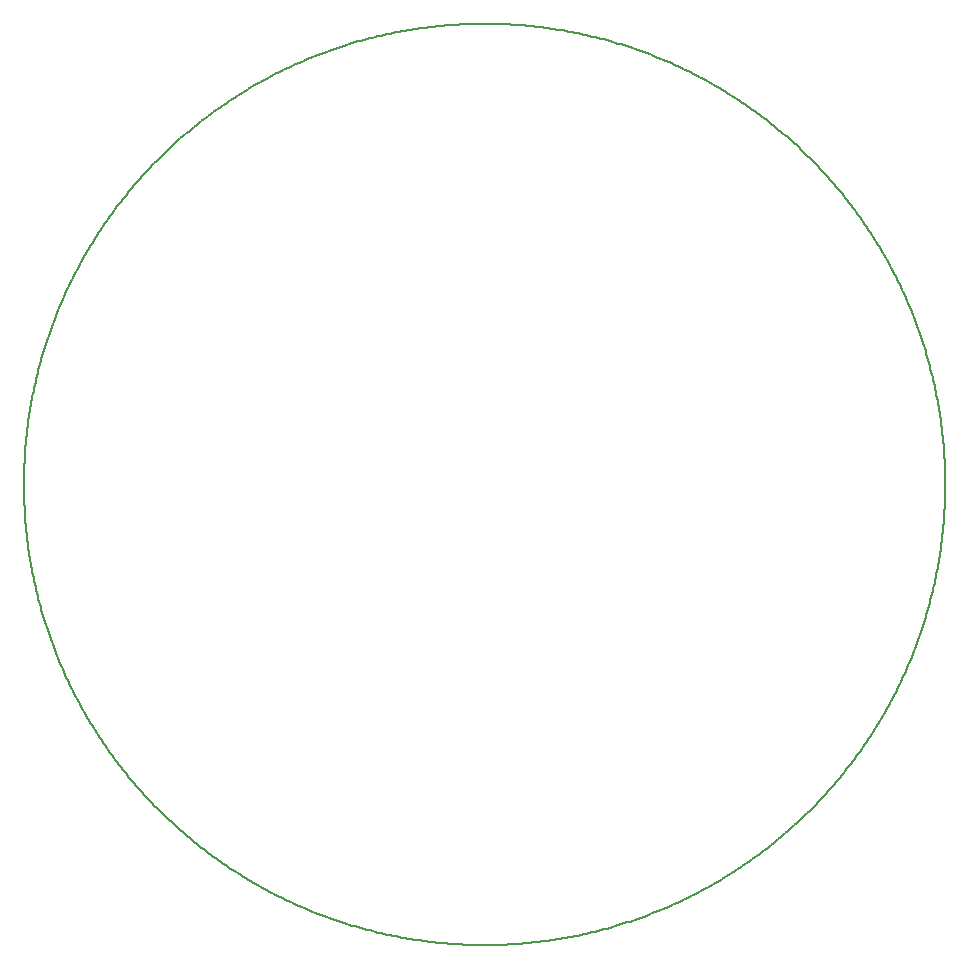
<source format=gko>
G04*
G04 #@! TF.GenerationSoftware,Altium Limited,CircuitStudio,1.5.2 (30)*
G04*
G04 Layer_Color=16720538*
%FSLAX25Y25*%
%MOIN*%
G70*
G01*
G75*
%ADD42C,0.00591*%
D42*
X153543Y0D02*
X153540Y1000D01*
X153530Y1999D01*
X153514Y2999D01*
X153491Y3999D01*
X153462Y4998D01*
X153426Y5997D01*
X153384Y6996D01*
X153335Y7994D01*
X153280Y8992D01*
X153218Y9990D01*
X153150Y10988D01*
X153075Y11985D01*
X152994Y12981D01*
X152906Y13977D01*
X152812Y14972D01*
X152711Y15967D01*
X152604Y16961D01*
X152490Y17954D01*
X152370Y18947D01*
X152243Y19938D01*
X152110Y20929D01*
X151971Y21919D01*
X151825Y22908D01*
X151672Y23896D01*
X151514Y24883D01*
X151348Y25869D01*
X151177Y26854D01*
X150999Y27838D01*
X150814Y28820D01*
X150623Y29802D01*
X150426Y30782D01*
X150223Y31760D01*
X150013Y32738D01*
X149796Y33714D01*
X149574Y34688D01*
X149345Y35662D01*
X149109Y36633D01*
X148867Y37603D01*
X148619Y38572D01*
X148365Y39539D01*
X148105Y40504D01*
X147838Y41467D01*
X147565Y42429D01*
X147285Y43389D01*
X147000Y44347D01*
X146708Y45303D01*
X146410Y46257D01*
X146105Y47210D01*
X145795Y48160D01*
X145478Y49108D01*
X145155Y50055D01*
X144826Y50999D01*
X144491Y51940D01*
X144150Y52880D01*
X143803Y53817D01*
X143449Y54753D01*
X143090Y55686D01*
X142724Y56616D01*
X142352Y57544D01*
X141975Y58470D01*
X141591Y59393D01*
X141201Y60313D01*
X140806Y61232D01*
X140404Y62147D01*
X139996Y63060D01*
X139583Y63970D01*
X139163Y64878D01*
X138738Y65782D01*
X138307Y66684D01*
X137870Y67583D01*
X137427Y68480D01*
X136978Y69373D01*
X136523Y70263D01*
X136063Y71151D01*
X135597Y72035D01*
X135125Y72917D01*
X134647Y73795D01*
X134164Y74670D01*
X133675Y75542D01*
X133180Y76411D01*
X132680Y77276D01*
X132174Y78138D01*
X131662Y78997D01*
X131145Y79853D01*
X130622Y80705D01*
X130094Y81554D01*
X129560Y82399D01*
X129021Y83241D01*
X128477Y84079D01*
X127926Y84914D01*
X127371Y85745D01*
X126810Y86573D01*
X126243Y87397D01*
X125672Y88217D01*
X125095Y89033D01*
X124512Y89846D01*
X123925Y90654D01*
X123332Y91459D01*
X122734Y92260D01*
X122130Y93058D01*
X121522Y93851D01*
X120908Y94640D01*
X120290Y95425D01*
X119666Y96206D01*
X119037Y96984D01*
X118403Y97757D01*
X117764Y98526D01*
X117120Y99290D01*
X116471Y100051D01*
X115817Y100807D01*
X115158Y101559D01*
X114494Y102306D01*
X113826Y103050D01*
X113152Y103789D01*
X112474Y104523D01*
X111791Y105253D01*
X111104Y105979D01*
X110411Y106700D01*
X109714Y107417D01*
X109012Y108129D01*
X108306Y108836D01*
X107595Y109539D01*
X106880Y110237D01*
X106160Y110931D01*
X105435Y111620D01*
X104706Y112304D01*
X103973Y112983D01*
X103235Y113658D01*
X102493Y114328D01*
X101746Y114993D01*
X100995Y115653D01*
X100240Y116308D01*
X99481Y116958D01*
X98717Y117603D01*
X97949Y118244D01*
X97177Y118879D01*
X96401Y119509D01*
X95621Y120134D01*
X94837Y120754D01*
X94048Y121369D01*
X93256Y121979D01*
X92460Y122583D01*
X91660Y123183D01*
X90856Y123777D01*
X90048Y124366D01*
X89236Y124950D01*
X88421Y125528D01*
X87602Y126101D01*
X86779Y126669D01*
X85952Y127231D01*
X85122Y127788D01*
X84288Y128340D01*
X83451Y128886D01*
X82610Y129426D01*
X81765Y129961D01*
X80917Y130491D01*
X80066Y131015D01*
X79211Y131534D01*
X78353Y132047D01*
X77492Y132554D01*
X76627Y133056D01*
X75759Y133552D01*
X74888Y134042D01*
X74014Y134527D01*
X73136Y135006D01*
X72256Y135479D01*
X71372Y135947D01*
X70485Y136409D01*
X69596Y136865D01*
X68703Y137315D01*
X67808Y137759D01*
X66909Y138198D01*
X66008Y138631D01*
X65104Y139058D01*
X64197Y139479D01*
X63288Y139894D01*
X62375Y140303D01*
X61461Y140706D01*
X60543Y141103D01*
X59623Y141494D01*
X58701Y141879D01*
X57776Y142259D01*
X56848Y142632D01*
X55918Y142999D01*
X54986Y143360D01*
X54051Y143715D01*
X53114Y144064D01*
X52175Y144407D01*
X51234Y144743D01*
X50291Y145074D01*
X49345Y145398D01*
X48397Y145716D01*
X47447Y146028D01*
X46496Y146334D01*
X45542Y146634D01*
X44586Y146927D01*
X43629Y147214D01*
X42669Y147495D01*
X41708Y147770D01*
X40745Y148038D01*
X39780Y148301D01*
X38814Y148556D01*
X37846Y148806D01*
X36876Y149049D01*
X35905Y149286D01*
X34932Y149517D01*
X33958Y149741D01*
X32982Y149959D01*
X32005Y150171D01*
X31027Y150376D01*
X30047Y150575D01*
X29066Y150767D01*
X28084Y150953D01*
X27100Y151133D01*
X26115Y151306D01*
X25130Y151473D01*
X24143Y151633D01*
X23155Y151787D01*
X22166Y151935D01*
X21177Y152076D01*
X20186Y152211D01*
X19195Y152339D01*
X18202Y152461D01*
X17209Y152576D01*
X16216Y152685D01*
X15221Y152787D01*
X14226Y152883D01*
X13230Y152972D01*
X12234Y153055D01*
X11237Y153132D01*
X10240Y153201D01*
X9242Y153265D01*
X8244Y153322D01*
X7245Y153372D01*
X6247Y153416D01*
X5248Y153454D01*
X4248Y153484D01*
X3249Y153509D01*
X2249Y153527D01*
X1250Y153538D01*
X250Y153543D01*
X-750Y153542D01*
X-1749Y153533D01*
X-2749Y153519D01*
X-3748Y153498D01*
X-4748Y153470D01*
X-5747Y153436D01*
X-6746Y153395D01*
X-7744Y153348D01*
X-8743Y153294D01*
X-9741Y153234D01*
X-10738Y153167D01*
X-11735Y153094D01*
X-12732Y153015D01*
X-13728Y152928D01*
X-14723Y152836D01*
X-15718Y152737D01*
X-16712Y152631D01*
X-17705Y152519D01*
X-18698Y152401D01*
X-19690Y152276D01*
X-20681Y152144D01*
X-21671Y152006D01*
X-22660Y151862D01*
X-23649Y151711D01*
X-24636Y151554D01*
X-25622Y151390D01*
X-26607Y151220D01*
X-27591Y151044D01*
X-28574Y150861D01*
X-29556Y150672D01*
X-30536Y150476D01*
X-31515Y150274D01*
X-32493Y150066D01*
X-33470Y149851D01*
X-34445Y149630D01*
X-35418Y149402D01*
X-36390Y149169D01*
X-37361Y148929D01*
X-38329Y148682D01*
X-39297Y148430D01*
X-40262Y148170D01*
X-41226Y147905D01*
X-42188Y147634D01*
X-43149Y147356D01*
X-44107Y147072D01*
X-45064Y146782D01*
X-46018Y146485D01*
X-46971Y146182D01*
X-47922Y145873D01*
X-48871Y145558D01*
X-49818Y145237D01*
X-50762Y144910D01*
X-51705Y144576D01*
X-52645Y144236D01*
X-53583Y143890D01*
X-54519Y143538D01*
X-55452Y143180D01*
X-56383Y142816D01*
X-57312Y142446D01*
X-58238Y142070D01*
X-59162Y141688D01*
X-60083Y141300D01*
X-61002Y140905D01*
X-61918Y140505D01*
X-62831Y140099D01*
X-63742Y139687D01*
X-64650Y139269D01*
X-65556Y138845D01*
X-66458Y138415D01*
X-67358Y137980D01*
X-68255Y137538D01*
X-69149Y137091D01*
X-70040Y136638D01*
X-70929Y136179D01*
X-71814Y135714D01*
X-72696Y135244D01*
X-73575Y134767D01*
X-74451Y134286D01*
X-75323Y133798D01*
X-76193Y133305D01*
X-77059Y132806D01*
X-77922Y132301D01*
X-78782Y131791D01*
X-79639Y131275D01*
X-80492Y130754D01*
X-81341Y130227D01*
X-82187Y129695D01*
X-83030Y129157D01*
X-83869Y128614D01*
X-84705Y128065D01*
X-85537Y127511D01*
X-86365Y126951D01*
X-87190Y126386D01*
X-88011Y125816D01*
X-88829Y125240D01*
X-89642Y124659D01*
X-90452Y124073D01*
X-91258Y123481D01*
X-92060Y122884D01*
X-92858Y122282D01*
X-93652Y121675D01*
X-94442Y121063D01*
X-95229Y120445D01*
X-96011Y119823D01*
X-96789Y119195D01*
X-97563Y118562D01*
X-98333Y117924D01*
X-99099Y117282D01*
X-99860Y116634D01*
X-100618Y115981D01*
X-101371Y115324D01*
X-102119Y114661D01*
X-102864Y113994D01*
X-103604Y113322D01*
X-104339Y112645D01*
X-105071Y111963D01*
X-105797Y111276D01*
X-106520Y110585D01*
X-107238Y109889D01*
X-107951Y109189D01*
X-108659Y108484D01*
X-109363Y107774D01*
X-110063Y107059D01*
X-110758Y106341D01*
X-111448Y105617D01*
X-112133Y104889D01*
X-112813Y104157D01*
X-113489Y103420D01*
X-114160Y102679D01*
X-114826Y101934D01*
X-115488Y101184D01*
X-116144Y100430D01*
X-116796Y99671D01*
X-117442Y98909D01*
X-118084Y98142D01*
X-118720Y97371D01*
X-119351Y96596D01*
X-119978Y95817D01*
X-120599Y95034D01*
X-121215Y94246D01*
X-121827Y93455D01*
X-122432Y92660D01*
X-123033Y91861D01*
X-123629Y91058D01*
X-124219Y90251D01*
X-124804Y89440D01*
X-125384Y88626D01*
X-125958Y87807D01*
X-126527Y86985D01*
X-127091Y86160D01*
X-127649Y85330D01*
X-128202Y84497D01*
X-128749Y83661D01*
X-129291Y82821D01*
X-129828Y81977D01*
X-130359Y81130D01*
X-130884Y80280D01*
X-131404Y79426D01*
X-131919Y78568D01*
X-132428Y77708D01*
X-132931Y76844D01*
X-133428Y75977D01*
X-133920Y75106D01*
X-134406Y74233D01*
X-134887Y73356D01*
X-135362Y72476D01*
X-135830Y71593D01*
X-136294Y70707D01*
X-136751Y69819D01*
X-137203Y68927D01*
X-137649Y68032D01*
X-138089Y67134D01*
X-138523Y66234D01*
X-138951Y65330D01*
X-139374Y64424D01*
X-139790Y63515D01*
X-140201Y62604D01*
X-140606Y61690D01*
X-141004Y60773D01*
X-141397Y59853D01*
X-141784Y58931D01*
X-142165Y58007D01*
X-142539Y57080D01*
X-142908Y56151D01*
X-143270Y55219D01*
X-143627Y54285D01*
X-143977Y53349D01*
X-144322Y52410D01*
X-144660Y51469D01*
X-144992Y50526D01*
X-145318Y49581D01*
X-145638Y48634D01*
X-145951Y47685D01*
X-146258Y46733D01*
X-146560Y45780D01*
X-146855Y44825D01*
X-147143Y43868D01*
X-147426Y42909D01*
X-147702Y41948D01*
X-147972Y40985D01*
X-148236Y40021D01*
X-148493Y39055D01*
X-148744Y38087D01*
X-148989Y37118D01*
X-149228Y36147D01*
X-149460Y35175D01*
X-149686Y34201D01*
X-149905Y33226D01*
X-150119Y32249D01*
X-150325Y31271D01*
X-150526Y30291D01*
X-150720Y29311D01*
X-150907Y28328D01*
X-151089Y27345D01*
X-151263Y26361D01*
X-151432Y25376D01*
X-151594Y24389D01*
X-151750Y23402D01*
X-151899Y22413D01*
X-152041Y21423D01*
X-152178Y20433D01*
X-152307Y19442D01*
X-152431Y18450D01*
X-152548Y17457D01*
X-152658Y16463D01*
X-152762Y15469D01*
X-152860Y14474D01*
X-152951Y13478D01*
X-153035Y12482D01*
X-153113Y11485D01*
X-153185Y10488D01*
X-153250Y9490D01*
X-153308Y8493D01*
X-153360Y7494D01*
X-153406Y6495D01*
X-153445Y5496D01*
X-153477Y4497D01*
X-153504Y3498D01*
X-153523Y2498D01*
X-153536Y1499D01*
X-153542Y499D01*
X-153542Y-501D01*
X-153536Y-1501D01*
X-153523Y-2500D01*
X-153503Y-3500D01*
X-153477Y-4499D01*
X-153445Y-5498D01*
X-153406Y-6497D01*
X-153360Y-7496D01*
X-153308Y-8495D01*
X-153250Y-9493D01*
X-153184Y-10490D01*
X-153113Y-11487D01*
X-153035Y-12484D01*
X-152950Y-13480D01*
X-152859Y-14476D01*
X-152762Y-15471D01*
X-152658Y-16465D01*
X-152548Y-17459D01*
X-152431Y-18452D01*
X-152307Y-19444D01*
X-152177Y-20435D01*
X-152041Y-21425D01*
X-151898Y-22415D01*
X-151749Y-23403D01*
X-151594Y-24391D01*
X-151432Y-25378D01*
X-151263Y-26363D01*
X-151088Y-27347D01*
X-150907Y-28330D01*
X-150719Y-29313D01*
X-150525Y-30293D01*
X-150325Y-31273D01*
X-150118Y-32251D01*
X-149905Y-33228D01*
X-149685Y-34203D01*
X-149460Y-35177D01*
X-149227Y-36149D01*
X-148989Y-37120D01*
X-148744Y-38089D01*
X-148493Y-39057D01*
X-148235Y-40023D01*
X-147972Y-40987D01*
X-147702Y-41950D01*
X-147425Y-42911D01*
X-147143Y-43870D01*
X-146854Y-44827D01*
X-146559Y-45782D01*
X-146258Y-46735D01*
X-145950Y-47687D01*
X-145637Y-48636D01*
X-145317Y-49583D01*
X-144991Y-50528D01*
X-144659Y-51471D01*
X-144321Y-52412D01*
X-143977Y-53351D01*
X-143626Y-54287D01*
X-143270Y-55221D01*
X-142907Y-56153D01*
X-142538Y-57082D01*
X-142164Y-58009D01*
X-141783Y-58933D01*
X-141396Y-59855D01*
X-141004Y-60775D01*
X-140605Y-61691D01*
X-140200Y-62606D01*
X-139790Y-63517D01*
X-139373Y-64426D01*
X-138951Y-65332D01*
X-138522Y-66235D01*
X-138088Y-67136D01*
X-137648Y-68034D01*
X-137202Y-68928D01*
X-136750Y-69820D01*
X-136293Y-70709D01*
X-135830Y-71595D01*
X-135361Y-72478D01*
X-134886Y-73358D01*
X-134405Y-74235D01*
X-133919Y-75108D01*
X-133427Y-75978D01*
X-132930Y-76846D01*
X-132427Y-77710D01*
X-131918Y-78570D01*
X-131403Y-79427D01*
X-130883Y-80281D01*
X-130358Y-81132D01*
X-129827Y-81979D01*
X-129290Y-82822D01*
X-128748Y-83662D01*
X-128201Y-84499D01*
X-127648Y-85332D01*
X-127090Y-86161D01*
X-126526Y-86987D01*
X-125957Y-87809D01*
X-125382Y-88627D01*
X-124803Y-89442D01*
X-124218Y-90252D01*
X-123627Y-91059D01*
X-123032Y-91862D01*
X-122431Y-92661D01*
X-121825Y-93457D01*
X-121214Y-94248D01*
X-120598Y-95035D01*
X-119977Y-95818D01*
X-119350Y-96597D01*
X-118719Y-97373D01*
X-118082Y-98143D01*
X-117441Y-98910D01*
X-116794Y-99673D01*
X-116143Y-100431D01*
X-115486Y-101185D01*
X-114825Y-101935D01*
X-114159Y-102681D01*
X-113488Y-103422D01*
X-112812Y-104158D01*
X-112132Y-104891D01*
X-111446Y-105619D01*
X-110756Y-106342D01*
X-110061Y-107061D01*
X-109362Y-107775D01*
X-108658Y-108485D01*
X-107949Y-109190D01*
X-107236Y-109891D01*
X-106518Y-110587D01*
X-105796Y-111278D01*
X-105069Y-111964D01*
X-104338Y-112646D01*
X-103602Y-113323D01*
X-102862Y-113995D01*
X-102118Y-114663D01*
X-101369Y-115325D01*
X-100616Y-115983D01*
X-99859Y-116635D01*
X-99097Y-117283D01*
X-98331Y-117926D01*
X-97562Y-118563D01*
X-96788Y-119196D01*
X-96009Y-119824D01*
X-95227Y-120447D01*
X-94441Y-121064D01*
X-93651Y-121676D01*
X-92856Y-122283D01*
X-92058Y-122886D01*
X-91256Y-123482D01*
X-90450Y-124074D01*
X-89640Y-124660D01*
X-88827Y-125241D01*
X-88010Y-125817D01*
X-87188Y-126387D01*
X-86364Y-126952D01*
X-85535Y-127512D01*
X-84703Y-128066D01*
X-83868Y-128615D01*
X-83028Y-129158D01*
X-82186Y-129696D01*
X-81339Y-130228D01*
X-80490Y-130755D01*
X-79637Y-131277D01*
X-78780Y-131792D01*
X-77920Y-132302D01*
X-77057Y-132807D01*
X-76191Y-133306D01*
X-75321Y-133799D01*
X-74449Y-134287D01*
X-73573Y-134769D01*
X-72694Y-135245D01*
X-71811Y-135715D01*
X-70926Y-136180D01*
X-70038Y-136639D01*
X-69147Y-137092D01*
X-68253Y-137540D01*
X-67356Y-137981D01*
X-66456Y-138417D01*
X-65553Y-138846D01*
X-64648Y-139270D01*
X-63740Y-139688D01*
X-62829Y-140100D01*
X-61915Y-140506D01*
X-60999Y-140907D01*
X-60080Y-141301D01*
X-59159Y-141689D01*
X-58235Y-142071D01*
X-57309Y-142447D01*
X-56380Y-142817D01*
X-55449Y-143182D01*
X-54516Y-143540D01*
X-53580Y-143891D01*
X-52642Y-144237D01*
X-51702Y-144577D01*
X-50759Y-144911D01*
X-49815Y-145238D01*
X-48868Y-145559D01*
X-47919Y-145874D01*
X-46968Y-146183D01*
X-46016Y-146486D01*
X-45061Y-146782D01*
X-44104Y-147073D01*
X-43146Y-147357D01*
X-42185Y-147634D01*
X-41223Y-147906D01*
X-40259Y-148171D01*
X-39294Y-148430D01*
X-38326Y-148683D01*
X-37357Y-148929D01*
X-36387Y-149170D01*
X-35415Y-149403D01*
X-34441Y-149631D01*
X-33466Y-149852D01*
X-32490Y-150066D01*
X-31512Y-150275D01*
X-30533Y-150477D01*
X-29553Y-150672D01*
X-28571Y-150862D01*
X-27588Y-151044D01*
X-26604Y-151221D01*
X-25619Y-151391D01*
X-24633Y-151555D01*
X-23646Y-151712D01*
X-22658Y-151862D01*
X-21668Y-152007D01*
X-20678Y-152145D01*
X-19687Y-152276D01*
X-18695Y-152401D01*
X-17703Y-152519D01*
X-16709Y-152631D01*
X-15715Y-152737D01*
X-14720Y-152836D01*
X-13725Y-152929D01*
X-12729Y-153015D01*
X-11732Y-153094D01*
X-10735Y-153168D01*
X-9738Y-153234D01*
X-8740Y-153294D01*
X-7742Y-153348D01*
X-6743Y-153395D01*
X-5744Y-153436D01*
X-4745Y-153470D01*
X-3746Y-153498D01*
X-2746Y-153519D01*
X-1747Y-153533D01*
X-747Y-153542D01*
X253Y-153543D01*
X1252Y-153538D01*
X2252Y-153527D01*
X3252Y-153509D01*
X4251Y-153484D01*
X5250Y-153454D01*
X6249Y-153416D01*
X7248Y-153372D01*
X8246Y-153322D01*
X9245Y-153265D01*
X10242Y-153201D01*
X11239Y-153131D01*
X12236Y-153055D01*
X13232Y-152972D01*
X14228Y-152883D01*
X15223Y-152787D01*
X16218Y-152684D01*
X17211Y-152576D01*
X18204Y-152460D01*
X19197Y-152339D01*
X20188Y-152210D01*
X21179Y-152076D01*
X22169Y-151935D01*
X23157Y-151787D01*
X24145Y-151633D01*
X25132Y-151473D01*
X26117Y-151306D01*
X27102Y-151133D01*
X28085Y-150953D01*
X29068Y-150767D01*
X30049Y-150574D01*
X31028Y-150375D01*
X32007Y-150170D01*
X32984Y-149959D01*
X33959Y-149741D01*
X34934Y-149516D01*
X35906Y-149286D01*
X36878Y-149049D01*
X37847Y-148806D01*
X38815Y-148556D01*
X39782Y-148300D01*
X40747Y-148038D01*
X41710Y-147770D01*
X42671Y-147495D01*
X43630Y-147214D01*
X44588Y-146927D01*
X45543Y-146633D01*
X46497Y-146334D01*
X47449Y-146028D01*
X48399Y-145716D01*
X49346Y-145398D01*
X50292Y-145073D01*
X51236Y-144743D01*
X52177Y-144406D01*
X53116Y-144063D01*
X54053Y-143714D01*
X54987Y-143359D01*
X55919Y-142999D01*
X56849Y-142631D01*
X57777Y-142258D01*
X58702Y-141879D01*
X59624Y-141494D01*
X60544Y-141103D01*
X61462Y-140705D01*
X62376Y-140302D01*
X63289Y-139893D01*
X64198Y-139478D01*
X65105Y-139057D01*
X66009Y-138630D01*
X66910Y-138198D01*
X67809Y-137759D01*
X68704Y-137315D01*
X69597Y-136864D01*
X70486Y-136408D01*
X71373Y-135947D01*
X72256Y-135479D01*
X73137Y-135006D01*
X74014Y-134527D01*
X74889Y-134042D01*
X75760Y-133551D01*
X76628Y-133055D01*
X77492Y-132554D01*
X78354Y-132046D01*
X79212Y-131533D01*
X80067Y-131015D01*
X80918Y-130491D01*
X81766Y-129961D01*
X82610Y-129426D01*
X83451Y-128885D01*
X84289Y-128339D01*
X85123Y-127788D01*
X85953Y-127231D01*
X86779Y-126669D01*
X87602Y-126101D01*
X88421Y-125528D01*
X89237Y-124949D01*
X90048Y-124366D01*
X90856Y-123777D01*
X91660Y-123183D01*
X92460Y-122583D01*
X93256Y-121979D01*
X94049Y-121369D01*
X94837Y-120754D01*
X95621Y-120134D01*
X96401Y-119509D01*
X97177Y-118879D01*
X97949Y-118244D01*
X98717Y-117603D01*
X99480Y-116958D01*
X100240Y-116308D01*
X100995Y-115653D01*
X101746Y-114993D01*
X102492Y-114328D01*
X103235Y-113658D01*
X103972Y-112984D01*
X104706Y-112304D01*
X105435Y-111620D01*
X106159Y-110931D01*
X106879Y-110238D01*
X107595Y-109539D01*
X108306Y-108837D01*
X109012Y-108129D01*
X109714Y-107417D01*
X110411Y-106701D01*
X111103Y-105979D01*
X111791Y-105254D01*
X112474Y-104524D01*
X113152Y-103789D01*
X113825Y-103050D01*
X114494Y-102307D01*
X115157Y-101559D01*
X115816Y-100807D01*
X116470Y-100051D01*
X117119Y-99291D01*
X117763Y-98526D01*
X118402Y-97757D01*
X119036Y-96984D01*
X119665Y-96207D01*
X120289Y-95426D01*
X120908Y-94641D01*
X121521Y-93852D01*
X122130Y-93059D01*
X122733Y-92261D01*
X123331Y-91460D01*
X123924Y-90655D01*
X124512Y-89847D01*
X125094Y-89034D01*
X125671Y-88218D01*
X126243Y-87397D01*
X126809Y-86574D01*
X127370Y-85746D01*
X127926Y-84915D01*
X128476Y-84080D01*
X129021Y-83242D01*
X129560Y-82400D01*
X130094Y-81555D01*
X130622Y-80706D01*
X131144Y-79854D01*
X131662Y-78999D01*
X132173Y-78140D01*
X132679Y-77277D01*
X133179Y-76412D01*
X133674Y-75543D01*
X134163Y-74671D01*
X134646Y-73796D01*
X135124Y-72918D01*
X135596Y-72037D01*
X136062Y-71152D01*
X136522Y-70265D01*
X136977Y-69375D01*
X137426Y-68481D01*
X137869Y-67585D01*
X138306Y-66686D01*
X138737Y-65784D01*
X139163Y-64879D01*
X139582Y-63972D01*
X139996Y-63062D01*
X140403Y-62149D01*
X140805Y-61234D01*
X141200Y-60315D01*
X141590Y-59395D01*
X141974Y-58472D01*
X142352Y-57546D01*
X142723Y-56618D01*
X143089Y-55688D01*
X143448Y-54755D01*
X143802Y-53820D01*
X144149Y-52882D01*
X144491Y-51943D01*
X144826Y-51001D01*
X145155Y-50057D01*
X145477Y-49111D01*
X145794Y-48162D01*
X146105Y-47212D01*
X146409Y-46260D01*
X146707Y-45306D01*
X146999Y-44349D01*
X147284Y-43391D01*
X147564Y-42432D01*
X147837Y-41470D01*
X148104Y-40506D01*
X148364Y-39541D01*
X148619Y-38574D01*
X148867Y-37606D01*
X149109Y-36636D01*
X149344Y-35664D01*
X149573Y-34691D01*
X149796Y-33717D01*
X150012Y-32741D01*
X150222Y-31763D01*
X150426Y-30784D01*
X150623Y-29805D01*
X150814Y-28823D01*
X150998Y-27841D01*
X151176Y-26857D01*
X151348Y-25872D01*
X151513Y-24886D01*
X151672Y-23899D01*
X151824Y-22911D01*
X151970Y-21922D01*
X152110Y-20932D01*
X152243Y-19941D01*
X152369Y-18950D01*
X152490Y-17957D01*
X152603Y-16964D01*
X152710Y-15970D01*
X152811Y-14976D01*
X152905Y-13980D01*
X152993Y-12984D01*
X153075Y-11988D01*
X153149Y-10991D01*
X153218Y-9994D01*
X153279Y-8996D01*
X153335Y-7998D01*
X153384Y-6999D01*
X153426Y-6001D01*
X153462Y-5001D01*
X153491Y-4002D01*
X153514Y-3003D01*
X153530Y-2003D01*
X153540Y-1003D01*
X153543Y-4D01*
Y0D01*
M02*

</source>
